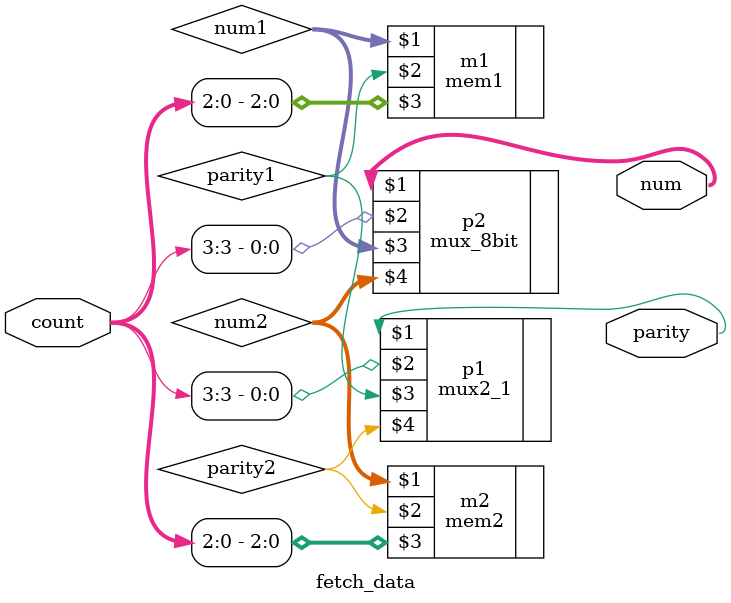
<source format=v>
module fetch_data(num,parity,count);

    //get ripple counter data
    input [3:0]count;
    output [7:0]num;
    output parity;

    wire [7:0]num1,num2;
    wire parity1,parity2;
    //get data from mem1 & mem2
    mem1 m1(num1,parity1,count[2:0]);
    mem2 m2(num2,parity2,count[2:0]);
    
    //pull data through mux's & return
    mux2_1 p1(parity,count[3],parity1,parity2);
    mux_8bit p2(num,count[3],num1,num2);
endmodule
</source>
